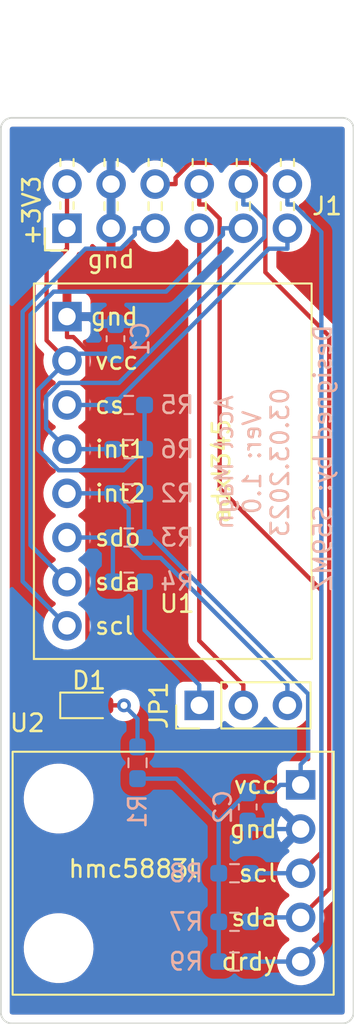
<source format=kicad_pcb>
(kicad_pcb (version 20211014) (generator pcbnew)
  (layers (0 "F.Cu" signal) (31 "B.Cu" signal) (34 "B.Paste" user) (35 "F.Paste" user) (36 "B.SilkS" user "B.Silkscreen") (37 "F.SilkS" user "F.Silkscreen") (38 "B.Mask" user) (39 "F.Mask" user) (44 "Edge.Cuts" user))
  (net 0 "")
  (net 1 "+3V3")
  (net 2 "GND")
  (net 3 "Net-(D1-Pad2)")
  (net 4 "/sck")
  (net 5 "/sda")
  (net 6 "/mux")
  (net 7 "/scl")
  (net 8 "/sdio")
  (net 9 "/int1")
  (net 10 "/cs*")
  (net 11 "/drdy")
  (net 12 "Net-(JP1-Pad1)")
  (net 13 "Net-(JP1-Pad3)")
  (net 14 "Net-(R3-Pad2)")
  (footprint "Connector_PinHeader_2.54mm:PinHeader_1x03_P2.54mm_Vertical" (layer "F.Cu") (at 125.73 89.662 90)
    (fp_text reference "JP1" (at 0 -2.33 90) (layer "F.SilkS"))
    (fp_text value "mux")
    (fp_line (start -1.33 0) (end -1.33 -1.33) (layer "F.SilkS") (width 0.12))
    (fp_line (start 1.33 1.27) (end 1.33 6.41) (layer "F.SilkS") (width 0.12))
    (fp_line (start -1.33 1.27) (end 1.33 1.27) (layer "F.SilkS") (width 0.12))
    (fp_line (start -1.33 6.41) (end 1.33 6.41) (layer "F.SilkS") (width 0.12))
    (fp_line (start -1.33 1.27) (end -1.33 6.41) (layer "F.SilkS") (width 0.12))
    (fp_line (start -1.33 -1.33) (end 0 -1.33) (layer "F.SilkS") (width 0.12))
    (pad "1" thru_hole rect (at 0 0 90) (size 1.7 1.7) (drill 1) (layers *.Cu *.Mask) (net 12 "Net-(JP1-Pad1)"))
    (pad "2" thru_hole oval (at 0 2.54 90) (size 1.7 1.7) (drill 1) (layers *.Cu *.Mask) (net 6 "/mux"))
    (pad "3" thru_hole oval (at 0 5.08 90) (size 1.7 1.7) (drill 1) (layers *.Cu *.Mask) (net 13 "Net-(JP1-Pad3)"))
  )
  (footprint "Library:PinHeader_2x06_P2.54mm_Horizontal" (layer "F.Cu") (at 118.11 62.23 90)
    (fp_text reference "J1" (at 1.27 14.986) (layer "F.SilkS"))
    (fp_text value "pmod")
    (fp_line (start 3.582929 7.24) (end 3.98 7.24) (layer "F.SilkS") (width 0.12))
    (fp_line (start 1.11 0.38) (end 1.497071 0.38) (layer "F.SilkS") (width 0.12))
    (fp_line (start 1.042929 10.54) (end 1.497071 10.54) (layer "F.SilkS") (width 0.12))
    (fp_line (start -1.27 -1.27) (end 0 -1.27) (layer "F.SilkS") (width 0.12))
    (fp_line (start 1.042929 4.7) (end 1.497071 4.7) (layer "F.SilkS") (width 0.12))
    (fp_line (start 1.042929 12.32) (end 1.497071 12.32) (layer "F.SilkS") (width 0.12))
    (fp_line (start 3.582929 8) (end 3.98 8) (layer "F.SilkS") (width 0.12))
    (fp_line (start 3.582929 9.78) (end 3.98 9.78) (layer "F.SilkS") (width 0.12))
    (fp_line (start 1.11 -0.38) (end 1.497071 -0.38) (layer "F.SilkS") (width 0.12))
    (fp_line (start 3.582929 0.38) (end 3.98 0.38) (layer "F.SilkS") (width 0.12))
    (fp_line (start 3.582929 2.16) (end 3.98 2.16) (layer "F.SilkS") (width 0.12))
    (fp_line (start 3.582929 13.08) (end 3.98 13.08) (layer "F.SilkS") (width 0.12))
    (fp_line (start 1.042929 7.24) (end 1.497071 7.24) (layer "F.SilkS") (width 0.12))
    (fp_line (start 1.042929 9.78) (end 1.497071 9.78) (layer "F.SilkS") (width 0.12))
    (fp_line (start 1.042929 8) (end 1.497071 8) (layer "F.SilkS") (width 0.12))
    (fp_line (start 1.042929 13.08) (end 1.497071 13.08) (layer "F.SilkS") (width 0.12))
    (fp_line (start 3.582929 2.92) (end 3.98 2.92) (layer "F.SilkS") (width 0.12))
    (fp_line (start 1.042929 2.16) (end 1.497071 2.16) (layer "F.SilkS") (width 0.12))
    (fp_line (start 3.582929 4.7) (end 3.98 4.7) (layer "F.SilkS") (width 0.12))
    (fp_line (start 3.582929 -0.38) (end 3.98 -0.38) (layer "F.SilkS") (width 0.12))
    (fp_line (start -1.27 0) (end -1.27 -1.27) (layer "F.SilkS") (width 0.12))
    (fp_line (start 3.582929 5.46) (end 3.98 5.46) (layer "F.SilkS") (width 0.12))
    (fp_line (start 3.582929 12.32) (end 3.98 12.32) (layer "F.SilkS") (width 0.12))
    (fp_line (start 1.042929 5.46) (end 1.497071 5.46) (layer "F.SilkS") (width 0.12))
    (fp_line (start 1.042929 2.92) (end 1.497071 2.92) (layer "F.SilkS") (width 0.12))
    (fp_line (start 3.582929 10.54) (end 3.98 10.54) (layer "F.SilkS") (width 0.12))
    (pad "1" thru_hole rect (at 0 0 90) (size 1.7 1.7) (drill 1) (layers F&B.Cu *.Mask) (net 1 "+3V3"))
    (pad "2" thru_hole oval (at 2.54 0 90) (size 1.7 1.7) (drill 1) (layers F&B.Cu *.Mask) (net 1 "+3V3"))
    (pad "3" thru_hole oval (at 0 2.54 90) (size 1.7 1.7) (drill 1) (layers F&B.Cu *.Mask) (net 2 "GND"))
    (pad "4" thru_hole oval (at 2.54 2.54 90) (size 1.7 1.7) (drill 1) (layers F&B.Cu *.Mask) (net 2 "GND"))
    (pad "5" thru_hole oval (at 0 5.08 90) (size 1.7 1.7) (drill 1) (layers F&B.Cu *.Mask) (net 4 "/sck"))
    (pad "6" thru_hole oval (at 2.54 5.08 90) (size 1.7 1.7) (drill 1) (layers F&B.Cu *.Mask) (net 5 "/sda"))
    (pad "7" thru_hole oval (at 0 7.62 90) (size 1.7 1.7) (drill 1) (layers F&B.Cu *.Mask) (net 6 "/mux"))
    (pad "8" thru_hole oval (at 2.54 7.62 90) (size 1.7 1.7) (drill 1) (layers F&B.Cu *.Mask) (net 7 "/scl"))
    (pad "9" thru_hole oval (at 0 10.16 90) (size 1.7 1.7) (drill 1) (layers F&B.Cu *.Mask) (net 8 "/sdio"))
    (pad "10" thru_hole oval (at 2.54 10.16 90) (size 1.7 1.7) (drill 1) (layers F&B.Cu *.Mask) (net 9 "/int1"))
    (pad "11" thru_hole oval (at 0 12.7 90) (size 1.7 1.7) (drill 1) (layers F&B.Cu *.Mask) (net 10 "/cs*"))
    (pad "12" thru_hole oval (at 2.54 12.7 90) (size 1.7 1.7) (drill 1) (layers F&B.Cu *.Mask) (net 11 "/drdy"))
  )
  (footprint "Library:adxl345" (layer "F.Cu") (at 118.11 85.09 90)
    (fp_text reference "U1" (at 1.27 6.35 unlocked) (layer "F.SilkS"))
    (fp_text value "adxl345")
    (fp_text user "adxl345" (at 8.89 8.89 90 unlocked) (layer "F.SilkS"))
    (fp_text user "scl" (at 0 1.524 unlocked) (layer "F.SilkS") (effects (justify left)))
    (fp_text user "cs" (at 12.7 1.524 unlocked) (layer "F.SilkS") (effects (justify left)))
    (fp_text user "int2" (at 7.62 1.524 unlocked) (layer "F.SilkS") (effects (justify left)))
    (fp_text user "int1" (at 10.16 1.524 unlocked) (layer "F.SilkS") (effects (justify left)))
    (fp_text user "sda" (at 2.54 1.524 unlocked) (layer "F.SilkS") (effects (justify left)))
    (fp_text user "gnd" (at 17.78 1.27 unlocked) (layer "F.SilkS") (effects (justify left)))
    (fp_text user "sdo" (at 5.08 1.524 unlocked) (layer "F.SilkS") (effects (justify left)))
    (fp_text user "vcc" (at 15.24 1.524 unlocked) (layer "F.SilkS") (effects (justify left)))
    (fp_rect (start -1.905 -1.905) (end 19.685 14.095) (layer "F.SilkS") (width 0.12) (fill none))
    (pad "" np_thru_hole circle (at 16.51 11.43 90) (size 3 3) (drill 3) (layers F&B.Cu *.Mask))
    (pad "" np_thru_hole circle (at 1.27 11.43 90) (size 3 3) (drill 3) (layers F&B.Cu *.Mask))
    (pad "1" thru_hole rect (at 17.78 0 90) (size 1.7 1.7) (drill 1) (layers *.Cu *.Mask) (net 2 "GND"))
    (pad "2" thru_hole circle (at 15.24 0 90) (size 1.7 1.7) (drill 1) (layers *.Cu *.Mask) (net 1 "+3V3"))
    (pad "3" thru_hole circle (at 12.7 0 90) (size 1.7 1.7) (drill 1) (layers *.Cu *.Mask) (net 10 "/cs*"))
    (pad "4" thru_hole circle (at 10.16 0 90) (size 1.7 1.7) (drill 1) (layers *.Cu *.Mask) (net 9 "/int1"))
    (pad "5" thru_hole circle (at 7.62 0 90) (size 1.7 1.7) (drill 1) (layers *.Cu *.Mask) (net 13 "Net-(JP1-Pad3)"))
    (pad "6" thru_hole circle (at 5.08 0 90) (size 1.7 1.7) (drill 1) (layers *.Cu *.Mask) (net 14 "Net-(R3-Pad2)"))
    (pad "7" thru_hole circle (at 2.54 0 90) (size 1.7 1.7) (drill 1) (layers *.Cu *.Mask) (net 8 "/sdio"))
    (pad "8" thru_hole circle (at 0 0 90) (size 1.7 1.7) (drill 1) (layers *.Cu *.Mask) (net 4 "/sck"))
  )
  (footprint "Library:hmc5883l" (layer "F.Cu") (at 131.572 94.234 -90)
    (fp_text reference "U2" (at -3.556 15.748 unlocked) (layer "F.SilkS"))
    (fp_text value "hmc5883l")
    (fp_text user "sda" (at 7.62 1.27 unlocked) (layer "F.SilkS") (effects (justify right)))
    (fp_text user "hmc5883l" (at 4.826 9.652 unlocked) (layer "F.SilkS"))
    (fp_text user "gnd" (at 2.54 1.27 unlocked) (layer "F.SilkS") (effects (justify right)))
    (fp_text user "vcc" (at 0 1.27 unlocked) (layer "F.SilkS") (effects (justify right)))
    (fp_text user "drdy" (at 10.16 1.27 unlocked) (layer "F.SilkS") (effects (justify right)))
    (fp_text user "scl" (at 5.08 1.27 unlocked) (layer "F.SilkS") (effects (justify right)))
    (fp_rect (start -1.905 -1.905) (end 12.065 16.595) (layer "F.SilkS") (width 0.12) (fill none))
    (pad "" np_thru_hole circle (at 9.3874 13.9446 270) (size 3 3) (drill 3) (layers F&B.Cu *.Mask))
    (pad "" np_thru_hole circle (at 0.7874 13.9446 270) (size 3 3) (drill 3) (layers F&B.Cu *.Mask))
    (pad "1" thru_hole rect (at 0 0 270) (size 1.7 1.7) (drill 1) (layers *.Cu *.Mask) (net 1 "+3V3"))
    (pad "2" thru_hole circle (at 2.54 0 270) (size 1.7 1.7) (drill 1) (layers *.Cu *.Mask) (net 2 "GND"))
    (pad "3" thru_hole circle (at 5.08 0 270) (size 1.7 1.7) (drill 1) (layers *.Cu *.Mask) (net 7 "/scl"))
    (pad "4" thru_hole circle (at 7.62 0 270) (size 1.7 1.7) (drill 1) (layers *.Cu *.Mask) (net 5 "/sda"))
    (pad "5" thru_hole circle (at 10.16 0 270) (size 1.7 1.7) (drill 1) (layers *.Cu *.Mask) (net 11 "/drdy"))
  )
  (footprint "LED_SMD:LED_0603_1608Metric_Pad1.05x0.95mm_HandSolder" (layer "F.Cu") (at 119.38 89.662)
    (fp_text reference "D1" (at 0 -1.43) (layer "F.SilkS"))
    (fp_text value "LED")
    (fp_line (start 0.8 -0.735) (end -1.66 -0.735) (layer "F.SilkS") (width 0.12))
    (fp_line (start -1.66 -0.735) (end -1.66 0.735) (layer "F.SilkS") (width 0.12))
    (fp_line (start -1.66 0.735) (end 0.8 0.735) (layer "F.SilkS") (width 0.12))
    (pad "1" smd roundrect (at -0.875 0) (size 1.05 0.95) (layers "F.Cu" "F.Paste" "F.Mask") (net 2 "GND"))
    (pad "2" smd roundrect (at 0.875 0) (size 1.05 0.95) (layers "F.Cu" "F.Paste" "F.Mask") (net 3 "Net-(D1-Pad2)"))
  )
  (footprint "Capacitor_SMD:C_0603_1608Metric_Pad1.08x0.95mm_HandSolder" (layer "B.Cu") (at 128.524 95.504 -90)
    (fp_text reference "C2" (at 0 1.43 90) (layer "B.SilkS") (effects (justify mirror)))
    (fp_text value "100n")
    (fp_line (start -0.146267 0.51) (end 0.146267 0.51) (layer "B.SilkS") (width 0.12))
    (fp_line (start -0.146267 -0.51) (end 0.146267 -0.51) (layer "B.SilkS") (width 0.12))
    (pad "1" smd roundrect (at -0.8625 0 270) (size 1.075 0.95) (layers "B.Cu" "B.Paste" "B.Mask") (net 1 "+3V3"))
    (pad "2" smd roundrect (at 0.8625 0 270) (size 1.075 0.95) (layers "B.Cu" "B.Paste" "B.Mask") (net 2 "GND"))
  )
  (footprint "Resistor_SMD:R_0603_1608Metric_Pad0.98x0.95mm_HandSolder" (layer "B.Cu") (at 127.762 102.108)
    (fp_text reference "R7" (at -2.794 0) (layer "B.SilkS") (effects (justify mirror)))
    (fp_text value "10k")
    (fp_line (start -0.254724 0.5225) (end 0.254724 0.5225) (layer "B.SilkS") (width 0.12))
    (fp_line (start -0.254724 -0.5225) (end 0.254724 -0.5225) (layer "B.SilkS") (width 0.12))
    (pad "1" smd roundrect (at -0.9125 0) (size 0.975 0.95) (layers "B.Cu" "B.Paste" "B.Mask") (net 1 "+3V3"))
    (pad "2" smd roundrect (at 0.9125 0) (size 0.975 0.95) (layers "B.Cu" "B.Paste" "B.Mask") (net 5 "/sda"))
  )
  (footprint "Resistor_SMD:R_0603_1608Metric_Pad0.98x0.95mm_HandSolder" (layer "B.Cu") (at 127.762 104.394)
    (fp_text reference "R9" (at -2.794 0) (layer "B.SilkS") (effects (justify mirror)))
    (fp_text value "10k")
    (fp_line (start -0.254724 0.5225) (end 0.254724 0.5225) (layer "B.SilkS") (width 0.12))
    (fp_line (start -0.254724 -0.5225) (end 0.254724 -0.5225) (layer "B.SilkS") (width 0.12))
    (pad "1" smd roundrect (at -0.9125 0) (size 0.975 0.95) (layers "B.Cu" "B.Paste" "B.Mask") (net 1 "+3V3"))
    (pad "2" smd roundrect (at 0.9125 0) (size 0.975 0.95) (layers "B.Cu" "B.Paste" "B.Mask") (net 11 "/drdy"))
  )
  (footprint "Resistor_SMD:R_0603_1608Metric_Pad0.98x0.95mm_HandSolder" (layer "B.Cu") (at 121.666 82.55)
    (fp_text reference "R4" (at 2.794 0) (layer "B.SilkS") (effects (justify mirror)))
    (fp_text value "100")
    (fp_line (start -0.254724 0.5225) (end 0.254724 0.5225) (layer "B.SilkS") (width 0.12))
    (fp_line (start -0.254724 -0.5225) (end 0.254724 -0.5225) (layer "B.SilkS") (width 0.12))
    (pad "1" smd roundrect (at -0.9125 0) (size 0.975 0.95) (layers "B.Cu" "B.Paste" "B.Mask") (net 14 "Net-(R3-Pad2)"))
    (pad "2" smd roundrect (at 0.9125 0) (size 0.975 0.95) (layers "B.Cu" "B.Paste" "B.Mask") (net 12 "Net-(JP1-Pad1)"))
  )
  (footprint "Resistor_SMD:R_0603_1608Metric_Pad0.98x0.95mm_HandSolder" (layer "B.Cu") (at 122.174 92.964 90)
    (fp_text reference "R1" (at -2.794 0 90) (layer "B.SilkS") (effects (justify mirror)))
    (fp_text value "330E")
    (fp_line (start -0.254724 -0.5225) (end 0.254724 -0.5225) (layer "B.SilkS") (width 0.12))
    (fp_line (start -0.254724 0.5225) (end 0.254724 0.5225) (layer "B.SilkS") (width 0.12))
    (pad "1" smd roundrect (at -0.9125 0 90) (size 0.975 0.95) (layers "B.Cu" "B.Paste" "B.Mask") (net 1 "+3V3"))
    (pad "2" smd roundrect (at 0.9125 0 90) (size 0.975 0.95) (layers "B.Cu" "B.Paste" "B.Mask") (net 3 "Net-(D1-Pad2)"))
  )
  (footprint "Resistor_SMD:R_0603_1608Metric_Pad0.98x0.95mm_HandSolder" (layer "B.Cu") (at 121.666 74.93 180)
    (fp_text reference "R6" (at -2.794 0) (layer "B.SilkS") (effects (justify mirror)))
    (fp_text value "10k")
    (fp_line (start -0.254724 0.5225) (end 0.254724 0.5225) (layer "B.SilkS") (width 0.12))
    (fp_line (start -0.254724 -0.5225) (end 0.254724 -0.5225) (layer "B.SilkS") (width 0.12))
    (pad "1" smd roundrect (at -0.9125 0 180) (size 0.975 0.95) (layers "B.Cu" "B.Paste" "B.Mask") (net 1 "+3V3"))
    (pad "2" smd roundrect (at 0.9125 0 180) (size 0.975 0.95) (layers "B.Cu" "B.Paste" "B.Mask") (net 9 "/int1"))
  )
  (footprint "Resistor_SMD:R_0603_1608Metric_Pad0.98x0.95mm_HandSolder" (layer "B.Cu") (at 121.666 80.01 180)
    (fp_text reference "R3" (at -2.794 0) (layer "B.SilkS") (effects (justify mirror)))
    (fp_text value "10k")
    (fp_line (start -0.254724 0.5225) (end 0.254724 0.5225) (layer "B.SilkS") (width 0.12))
    (fp_line (start -0.254724 -0.5225) (end 0.254724 -0.5225) (layer "B.SilkS") (width 0.12))
    (pad "1" smd roundrect (at -0.9125 0 180) (size 0.975 0.95) (layers "B.Cu" "B.Paste" "B.Mask") (net 1 "+3V3"))
    (pad "2" smd roundrect (at 0.9125 0 180) (size 0.975 0.95) (layers "B.Cu" "B.Paste" "B.Mask") (net 14 "Net-(R3-Pad2)"))
  )
  (footprint "Resistor_SMD:R_0603_1608Metric_Pad0.98x0.95mm_HandSolder" (layer "B.Cu") (at 121.666 72.39 180)
    (fp_text reference "R5" (at -2.794 0) (layer "B.SilkS") (effects (justify mirror)))
    (fp_text value "10k")
    (fp_line (start -0.254724 0.5225) (end 0.254724 0.5225) (layer "B.SilkS") (width 0.12))
    (fp_line (start -0.254724 -0.5225) (end 0.254724 -0.5225) (layer "B.SilkS") (width 0.12))
    (pad "1" smd roundrect (at -0.9125 0 180) (size 0.975 0.95) (layers "B.Cu" "B.Paste" "B.Mask") (net 1 "+3V3"))
    (pad "2" smd roundrect (at 0.9125 0 180) (size 0.975 0.95) (layers "B.Cu" "B.Paste" "B.Mask") (net 10 "/cs*"))
  )
  (footprint "Capacitor_SMD:C_0603_1608Metric_Pad1.08x0.95mm_HandSolder" (layer "B.Cu") (at 120.904 68.58 90)
    (fp_text reference "C1" (at 0 1.43 90) (layer "B.SilkS") (effects (justify mirror)))
    (fp_text value "100n")
    (fp_line (start -0.146267 0.51) (end 0.146267 0.51) (layer "B.SilkS") (width 0.12))
    (fp_line (start -0.146267 -0.51) (end 0.146267 -0.51) (layer "B.SilkS") (width 0.12))
    (pad "1" smd roundrect (at -0.8625 0 90) (size 1.075 0.95) (layers "B.Cu" "B.Paste" "B.Mask") (net 1 "+3V3"))
    (pad "2" smd roundrect (at 0.8625 0 90) (size 1.075 0.95) (layers "B.Cu" "B.Paste" "B.Mask") (net 2 "GND"))
  )
  (footprint "Resistor_SMD:R_0603_1608Metric_Pad0.98x0.95mm_HandSolder" (layer "B.Cu") (at 127.762 99.314)
    (fp_text reference "R8" (at -2.794 0) (layer "B.SilkS") (effects (justify mirror)))
    (fp_text value "10k")
    (fp_line (start -0.254724 0.5225) (end 0.254724 0.5225) (layer "B.SilkS") (width 0.12))
    (fp_line (start -0.254724 -0.5225) (end 0.254724 -0.5225) (layer "B.SilkS") (width 0.12))
    (pad "1" smd roundrect (at -0.9125 0) (size 0.975 0.95) (layers "B.Cu" "B.Paste" "B.Mask") (net 1 "+3V3"))
    (pad "2" smd roundrect (at 0.9125 0) (size 0.975 0.95) (layers "B.Cu" "B.Paste" "B.Mask") (net 7 "/scl"))
  )
  (footprint "Resistor_SMD:R_0603_1608Metric_Pad0.98x0.95mm_HandSolder" (layer "B.Cu") (at 121.666 77.47 180)
    (fp_text reference "R2" (at -2.794 0) (layer "B.SilkS") (effects (justify mirror)))
    (fp_text value "10k")
    (fp_line (start -0.254724 -0.5225) (end 0.254724 -0.5225) (layer "B.SilkS") (width 0.12))
    (fp_line (start -0.254724 0.5225) (end 0.254724 0.5225) (layer "B.SilkS") (width 0.12))
    (pad "1" smd roundrect (at -0.9125 0 180) (size 0.975 0.95) (layers "B.Cu" "B.Paste" "B.Mask") (net 1 "+3V3"))
    (pad "2" smd roundrect (at 0.9125 0 180) (size 0.975 0.95) (layers "B.Cu" "B.Paste" "B.Mask") (net 13 "Net-(JP1-Pad3)"))
  )
  (gr_arc (start 114.935 107.95) (mid 114.485987 107.764013) (end 114.3 107.315) (layer "Edge.Cuts") (width 0.1))
  (gr_line (start 134.62 56.515) (end 134.62 107.315) (layer "Edge.Cuts") (width 0.1))
  (gr_arc (start 133.985 55.88) (mid 134.434013 56.065987) (end 134.62 56.515) (layer "Edge.Cuts") (width 0.1))
  (gr_arc (start 114.3 56.515) (mid 114.485987 56.065987) (end 114.935 55.88) (layer "Edge.Cuts") (width 0.1))
  (gr_arc (start 134.62 107.315) (mid 134.434013 107.764013) (end 133.985 107.95) (layer "Edge.Cuts") (width 0.1))
  (gr_line (start 114.935 107.95) (end 133.985 107.95) (layer "Edge.Cuts") (width 0.1))
  (gr_line (start 133.985 55.88) (end 114.935 55.88) (layer "Edge.Cuts") (width 0.1))
  (gr_line (start 114.3 107.315) (end 114.3 56.515) (layer "Edge.Cuts") (width 0.1))
  (gr_text "Designed by: S59MZ" (at 132.842 75.438 90) (layer "B.SilkS") (effects (font (size 1 1)) (justify mirror)))
  (gr_text "Accl Magn\nVer: 1.0\n03.03.2023" (at 128.778 75.692 90) (layer "B.SilkS") (effects (font (size 1 1)) (justify mirror)))
  (gr_text "+3V3" (at 116.078 61.214 90) (layer "F.SilkS") (effects (font (size 1 1))))
  (gr_text "gnd" (at 120.65 64.008) (layer "F.SilkS") (effects (font (size 1 1))))
  (segment (start 118.11 59.69) (end 118.11 62.23) (width 0.25) (layer "F.Cu") (net 1))
  (segment (start 118.11 62.23) (end 118.11 63.4053) (width 0.25) (layer "F.Cu") (net 1))
  (segment (start 116.9347 64.5806) (end 118.11 63.4053) (width 0.25) (layer "F.Cu") (net 1))
  (segment (start 118.11 69.85) (end 116.9347 68.6747) (width 0.25) (layer "F.Cu") (net 1))
  (segment (start 116.9347 68.6747) (end 116.9347 64.5806) (width 0.25) (layer "F.Cu") (net 1))
  (segment (start 126.8495 96.316) (end 126.8495 99.314) (width 0.25) (layer "B.Cu") (net 1))
  (segment (start 116.4571 71.5029) (end 116.4571 74.9736) (width 0.25) (layer "B.Cu") (net 1))
  (segment (start 122.5785 72.39) (end 122.5785 74.93) (width 0.25) (layer "B.Cu") (net 1))
  (segment (start 128.524 94.6415) (end 126.8495 96.316) (width 0.25) (layer "B.Cu") (net 1))
  (segment (start 122.174 93.8765) (end 124.41 93.8765) (width 0.25) (layer "B.Cu") (net 1))
  (segment (start 120.904 69.4425) (end 118.5175 69.4425) (width 0.25) (layer "B.Cu") (net 1))
  (segment (start 122.5785 80.01) (end 123.006 80.01) (width 0.25) (layer "B.Cu") (net 1))
  (segment (start 131.572 94.234) (end 130.3967 94.234) (width 0.25) (layer "B.Cu") (net 1))
  (segment (start 132.0028 89.0068) (end 132.0028 92.6279) (width 0.25) (layer "B.Cu") (net 1))
  (segment (start 121.3627 76.1458) (end 122.5785 74.93) (width 0.25) (layer "B.Cu") (net 1))
  (segment (start 132.0028 92.6279) (end 131.572 93.0587) (width 0.25) (layer "B.Cu") (net 1))
  (segment (start 118.5175 69.4425) (end 118.11 69.85) (width 0.25) (layer "B.Cu") (net 1))
  (segment (start 117.6293 76.1458) (end 121.3627 76.1458) (width 0.25) (layer "B.Cu") (net 1))
  (segment (start 124.41 93.8765) (end 126.8495 96.316) (width 0.25) (layer "B.Cu") (net 1))
  (segment (start 118.11 69.85) (end 116.4571 71.5029) (width 0.25) (layer "B.Cu") (net 1))
  (segment (start 126.8495 102.108) (end 126.8495 99.314) (width 0.25) (layer "B.Cu") (net 1))
  (segment (start 129.9892 94.6415) (end 128.524 94.6415) (width 0.25) (layer "B.Cu") (net 1))
  (segment (start 116.4571 74.9736) (end 117.6293 76.1458) (width 0.25) (layer "B.Cu") (net 1))
  (segment (start 126.8495 102.108) (end 126.8495 104.394) (width 0.25) (layer "B.Cu") (net 1))
  (segment (start 123.006 80.01) (end 132.0028 89.0068) (width 0.25) (layer "B.Cu") (net 1))
  (segment (start 122.5785 74.93) (end 122.5785 77.47) (width 0.25) (layer "B.Cu") (net 1))
  (segment (start 131.572 94.234) (end 131.572 93.0587) (width 0.25) (layer "B.Cu") (net 1))
  (segment (start 130.3967 94.234) (end 129.9892 94.6415) (width 0.25) (layer "B.Cu") (net 1))
  (segment (start 122.5785 80.01) (end 122.5785 77.47) (width 0.25) (layer "B.Cu") (net 1))
  (segment (start 119.2914 88.8756) (end 118.6916 89.4754) (width 0.25) (layer "F.Cu") (net 2))
  (segment (start 125.9902 96.774) (end 131.572 96.774) (width 0.25) (layer "F.Cu") (net 2))
  (segment (start 119.2914 69.2994) (end 119.2914 88.8756) (width 0.25) (layer "F.Cu") (net 2))
  (segment (start 118.4773 68.4853) (end 119.2914 69.2994) (width 0.25) (layer "F.Cu") (net 2))
  (segment (start 118.11 67.31) (end 118.11 68.4853) (width 0.25) (layer "F.Cu") (net 2))
  (segment (start 120.65 59.69) (end 120.65 62.23) (width 0.25) (layer "F.Cu") (net 2))
  (segment (start 118.11 67.31) (end 118.11 65.9453) (width 0.25) (layer "F.Cu") (net 2))
  (segment (start 120.65 62.23) (end 120.65 63.4053) (width 0.25) (layer "F.Cu") (net 2))
  (segment (start 118.11 65.9453) (end 120.65 63.4053) (width 0.25) (layer "F.Cu") (net 2))
  (segment (start 118.6916 89.4754) (end 125.9902 96.774) (width 0.25) (layer "F.Cu") (net 2))
  (segment (start 118.11 68.4853) (end 118.4773 68.4853) (width 0.25) (layer "F.Cu") (net 2))
  (segment (start 118.6916 89.4754) (end 118.505 89.662) (width 0.25) (layer "F.Cu") (net 2))
  (segment (start 119.6928 67.7175) (end 119.2853 67.31) (width 0.25) (layer "B.Cu") (net 2))
  (segment (start 128.9315 96.774) (end 128.524 96.3665) (width 0.25) (layer "B.Cu") (net 2))
  (segment (start 120.904 67.7175) (end 119.6928 67.7175) (width 0.25) (layer "B.Cu") (net 2))
  (segment (start 131.572 96.774) (end 128.9315 96.774) (width 0.25) (layer "B.Cu") (net 2))
  (segment (start 118.11 67.31) (end 119.2853 67.31) (width 0.25) (layer "B.Cu") (net 2))
  (segment (start 120.255 89.662) (end 121.3939 89.662) (width 0.25) (layer "F.Cu") (net 3))
  (via (at 121.3939 89.662) (size 0.8) (drill 0.4) (layers "F.Cu" "B.Cu") (net 3))
  (segment (start 122.174 92.0515) (end 122.174 90.4421) (width 0.25) (layer "B.Cu") (net 3))
  (segment (start 122.174 90.4421) (end 121.3939 89.662) (width 0.25) (layer "B.Cu") (net 3))
  (segment (start 115.5534 67.0236) (end 115.5534 82.5334) (width 0.25) (layer "B.Cu") (net 4))
  (segment (start 122.0147 62.23) (end 122.0147 62.5974) (width 0.25) (layer "B.Cu") (net 4))
  (segment (start 122.0147 62.5974) (end 121.2068 63.4053) (width 0.25) (layer "B.Cu") (net 4))
  (segment (start 123.19 62.23) (end 122.0147 62.23) (width 0.25) (layer "B.Cu") (net 4))
  (segment (start 115.5534 82.5334) (end 118.11 85.09) (width 0.25) (layer "B.Cu") (net 4))
  (segment (start 121.2068 63.4053) (end 119.1717 63.4053) (width 0.25) (layer "B.Cu") (net 4))
  (segment (start 119.1717 63.4053) (end 115.5534 67.0236) (width 0.25) (layer "B.Cu") (net 4))
  (segment (start 128.7799 58.4665) (end 129.54 59.2266) (width 0.25) (layer "F.Cu") (net 5))
  (segment (start 124.3653 59.3227) (end 125.2215 58.4665) (width 0.25) (layer "F.Cu") (net 5))
  (segment (start 133.2202 100.2058) (end 131.572 101.854) (width 0.25) (layer "F.Cu") (net 5))
  (segment (start 124.3653 59.69) (end 124.3653 59.3227) (width 0.25) (layer "F.Cu") (net 5))
  (segment (start 123.19 59.69) (end 124.3653 59.69) (width 0.25) (layer "F.Cu") (net 5))
  (segment (start 133.2202 68.44) (end 133.2202 100.2058) (width 0.25) (layer "F.Cu") (net 5))
  (segment (start 125.2215 58.4665) (end 128.7799 58.4665) (width 0.25) (layer "F.Cu") (net 5))
  (segment (start 129.54 59.2266) (end 129.54 64.7598) (width 0.25) (layer "F.Cu") (net 5))
  (segment (start 129.54 64.7598) (end 133.2202 68.44) (width 0.25) (layer "F.Cu") (net 5))
  (segment (start 131.572 101.854) (end 128.9285 101.854) (width 0.25) (layer "B.Cu") (net 5))
  (segment (start 128.9285 101.854) (end 128.6745 102.108) (width 0.25) (layer "B.Cu") (net 5))
  (segment (start 128.27 88.4867) (end 125.73 85.9467) (width 0.25) (layer "F.Cu") (net 6))
  (segment (start 128.27 89.662) (end 128.27 88.4867) (width 0.25) (layer "F.Cu") (net 6))
  (segment (start 125.73 85.9467) (end 125.73 62.23) (width 0.25) (layer "F.Cu") (net 6))
  (segment (start 125.73 60.8653) (end 126.0974 60.8653) (width 0.25) (layer "F.Cu") (net 7))
  (segment (start 132.7659 83.0457) (end 132.7659 98.1201) (width 0.25) (layer "F.Cu") (net 7))
  (segment (start 126.0974 60.8653) (end 126.9053 61.6732) (width 0.25) (layer "F.Cu") (net 7))
  (segment (start 132.7659 98.1201) (end 131.572 99.314) (width 0.25) (layer "F.Cu") (net 7))
  (segment (start 126.9053 61.6732) (end 126.9053 77.1851) (width 0.25) (layer "F.Cu") (net 7))
  (segment (start 126.9053 77.1851) (end 132.7659 83.0457) (width 0.25) (layer "F.Cu") (net 7))
  (segment (start 125.73 59.69) (end 125.73 60.8653) (width 0.25) (layer "F.Cu") (net 7))
  (segment (start 128.6745 99.314) (end 131.572 99.314) (width 0.25) (layer "B.Cu") (net 7))
  (segment (start 116.0068 67.2071) (end 117.3415 65.8724) (width 0.25) (layer "B.Cu") (net 8))
  (segment (start 116.0068 80.4468) (end 116.0068 67.2071) (width 0.25) (layer "B.Cu") (net 8))
  (segment (start 123.8196 65.8724) (end 127.0947 62.5973) (width 0.25) (layer "B.Cu") (net 8))
  (segment (start 118.11 82.55) (end 116.0068 80.4468) (width 0.25) (layer "B.Cu") (net 8))
  (segment (start 128.27 62.23) (end 127.0947 62.23) (width 0.25) (layer "B.Cu") (net 8))
  (segment (start 117.3415 65.8724) (end 123.8196 65.8724) (width 0.25) (layer "B.Cu") (net 8))
  (segment (start 127.0947 62.5973) (end 127.0947 62.23) (width 0.25) (layer "B.Cu") (net 8))
  (segment (start 116.9075 71.9066) (end 116.9075 73.7275) (width 0.25) (layer "B.Cu") (net 9))
  (segment (start 120.7535 74.93) (end 118.11 74.93) (width 0.25) (layer "B.Cu") (net 9))
  (segment (start 129.4851 62.7355) (end 121.1006 71.12) (width 0.25) (layer "B.Cu") (net 9))
  (segment (start 116.9075 73.7275) (end 118.11 74.93) (width 0.25) (layer "B.Cu") (net 9))
  (segment (start 129.4851 61.7131) (end 129.4851 62.7355) (width 0.25) (layer "B.Cu") (net 9))
  (segment (start 128.27 60.8653) (end 128.6373 60.8653) (width 0.25) (layer "B.Cu") (net 9))
  (segment (start 128.27 59.69) (end 128.27 60.8653) (width 0.25) (layer "B.Cu") (net 9))
  (segment (start 117.6941 71.12) (end 116.9075 71.9066) (width 0.25) (layer "B.Cu") (net 9))
  (segment (start 128.6373 60.8653) (end 129.4851 61.7131) (width 0.25) (layer "B.Cu") (net 9))
  (segment (start 121.1006 71.12) (end 117.6941 71.12) (width 0.25) (layer "B.Cu") (net 9))
  (segment (start 120.7535 72.39) (end 118.11 72.39) (width 0.25) (layer "B.Cu") (net 10))
  (segment (start 130.81 63.4053) (end 129.7382 63.4053) (width 0.25) (layer "B.Cu") (net 10))
  (segment (start 129.7382 63.4053) (end 120.7535 72.39) (width 0.25) (layer "B.Cu") (net 10))
  (segment (start 130.81 62.23) (end 130.81 63.4053) (width 0.25) (layer "B.Cu") (net 10))
  (segment (start 132.766 62.454) (end 132.766 103.2) (width 0.25) (layer "B.Cu") (net 11))
  (segment (start 131.1773 60.8653) (end 132.766 62.454) (width 0.25) (layer "B.Cu") (net 11))
  (segment (start 130.81 59.69) (end 130.81 60.8653) (width 0.25) (layer "B.Cu") (net 11))
  (segment (start 128.6745 104.394) (end 131.572 104.394) (width 0.25) (layer "B.Cu") (net 11))
  (segment (start 132.766 103.2) (end 131.572 104.394) (width 0.25) (layer "B.Cu") (net 11))
  (segment (start 130.81 60.8653) (end 131.1773 60.8653) (width 0.25) (layer "B.Cu") (net 11))
  (segment (start 125.73 88.4867) (end 122.5785 85.3352) (width 0.25) (layer "B.Cu") (net 12))
  (segment (start 122.5785 85.3352) (end 122.5785 82.55) (width 0.25) (layer "B.Cu") (net 12))
  (segment (start 125.73 89.662) (end 125.73 88.4867) (width 0.25) (layer "B.Cu") (net 12))
  (segment (start 120.7535 77.47) (end 118.11 77.47) (width 0.25) (layer "B.Cu") (net 13))
  (segment (start 130.81 89.662) (end 130.81 88.4867) (width 0.25) (layer "B.Cu") (net 13))
  (segment (start 122.45 81.1813) (end 121.666 80.3973) (width 0.25) (layer "B.Cu") (net 13))
  (segment (start 121.666 78.3825) (end 120.7535 77.47) (width 0.25) (layer "B.Cu") (net 13))
  (segment (start 123.5046 81.1813) (end 122.45 81.1813) (width 0.25) (layer "B.Cu") (net 13))
  (segment (start 130.81 88.4867) (end 123.5046 81.1813) (width 0.25) (layer "B.Cu") (net 13))
  (segment (start 121.666 80.3973) (end 121.666 78.3825) (width 0.25) (layer "B.Cu") (net 13))
  (segment (start 120.7535 80.01) (end 118.11 80.01) (width 0.25) (layer "B.Cu") (net 14))
  (segment (start 120.7535 80.01) (end 120.7535 82.55) (width 0.25) (layer "B.Cu") (net 14))
  (zone (net 2) (net_name "GND") (layers F&B.Cu) (connect_pads (clearance 0.508)) (min_thickness 0.254) (fill yes (thermal_gap 0.508) (thermal_bridge_width 0.508))
    (polygon (pts (xy 134.62 107.95) (xy 114.3 107.95) (xy 114.3 55.88) (xy 134.62 55.88)))
  )
)
</source>
